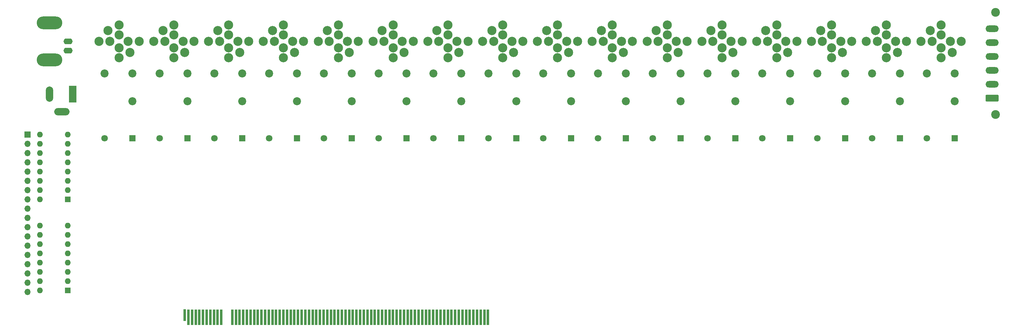
<source format=gbr>
%TF.GenerationSoftware,KiCad,Pcbnew,8.0.0*%
%TF.CreationDate,2025-01-27T00:28:36-06:00*%
%TF.ProjectId,inductor_board,696e6475-6374-46f7-925f-626f6172642e,rev?*%
%TF.SameCoordinates,Original*%
%TF.FileFunction,Soldermask,Bot*%
%TF.FilePolarity,Negative*%
%FSLAX46Y46*%
G04 Gerber Fmt 4.6, Leading zero omitted, Abs format (unit mm)*
G04 Created by KiCad (PCBNEW 8.0.0) date 2025-01-27 00:28:36*
%MOMM*%
%LPD*%
G01*
G04 APERTURE LIST*
G04 Aperture macros list*
%AMRoundRect*
0 Rectangle with rounded corners*
0 $1 Rounding radius*
0 $2 $3 $4 $5 $6 $7 $8 $9 X,Y pos of 4 corners*
0 Add a 4 corners polygon primitive as box body*
4,1,4,$2,$3,$4,$5,$6,$7,$8,$9,$2,$3,0*
0 Add four circle primitives for the rounded corners*
1,1,$1+$1,$2,$3*
1,1,$1+$1,$4,$5*
1,1,$1+$1,$6,$7*
1,1,$1+$1,$8,$9*
0 Add four rect primitives between the rounded corners*
20,1,$1+$1,$2,$3,$4,$5,0*
20,1,$1+$1,$4,$5,$6,$7,0*
20,1,$1+$1,$6,$7,$8,$9,0*
20,1,$1+$1,$8,$9,$2,$3,0*%
G04 Aperture macros list end*
%ADD10C,2.200000*%
%ADD11R,1.800000X1.800000*%
%ADD12C,1.800000*%
%ADD13C,2.500000*%
%ADD14C,2.400000*%
%ADD15RoundRect,0.250000X1.550000X-0.650000X1.550000X0.650000X-1.550000X0.650000X-1.550000X-0.650000X0*%
%ADD16O,3.600000X1.800000*%
%ADD17R,1.600000X1.600000*%
%ADD18O,1.600000X1.600000*%
%ADD19R,1.700000X1.700000*%
%ADD20O,1.700000X1.700000*%
%ADD21R,2.000000X4.600000*%
%ADD22O,2.000000X4.200000*%
%ADD23O,4.200000X2.000000*%
%ADD24O,2.500000X1.600000*%
%ADD25O,7.000000X3.500000*%
%ADD26R,0.700000X3.200000*%
%ADD27R,0.700000X4.300000*%
G04 APERTURE END LIST*
D10*
%TO.C,K5*%
X301547740Y-185942000D03*
X293927740Y-178322000D03*
X301547740Y-178322000D03*
D11*
X301547740Y-196102000D03*
D12*
X293927740Y-196102000D03*
%TD*%
D10*
%TO.C,K3*%
X271547740Y-185942000D03*
X263927740Y-178322000D03*
X271547740Y-178322000D03*
D11*
X271547740Y-196102000D03*
D12*
X263927740Y-196102000D03*
%TD*%
D13*
%TO.C,L1*%
X232357740Y-169559000D03*
X234857740Y-166559000D03*
X235357740Y-169559000D03*
X237857740Y-165059000D03*
X237857740Y-167809000D03*
X237857740Y-171309000D03*
X237857740Y-174059000D03*
X240357740Y-169559000D03*
X240857740Y-172559000D03*
X243357740Y-169559000D03*
%TD*%
D14*
%TO.C,J4*%
X477696240Y-189625500D03*
X477696240Y-161575500D03*
D15*
X476796240Y-185125500D03*
D16*
X476796240Y-181315500D03*
X476796240Y-177505500D03*
X476796240Y-173695500D03*
X476796240Y-169885500D03*
X476796240Y-166075500D03*
%TD*%
D10*
%TO.C,K11*%
X391547740Y-185942000D03*
X383927740Y-178322000D03*
X391547740Y-178322000D03*
D11*
X391547740Y-196102000D03*
D12*
X383927740Y-196102000D03*
%TD*%
D10*
%TO.C,K8*%
X346547740Y-185942000D03*
X338927740Y-178322000D03*
X346547740Y-178322000D03*
D11*
X346547740Y-196102000D03*
D12*
X338927740Y-196102000D03*
%TD*%
D13*
%TO.C,L4*%
X277357740Y-169559000D03*
X279857740Y-166559000D03*
X280357740Y-169559000D03*
X282857740Y-165059000D03*
X282857740Y-167809000D03*
X282857740Y-171309000D03*
X282857740Y-174059000D03*
X285357740Y-169559000D03*
X285857740Y-172559000D03*
X288357740Y-169559000D03*
%TD*%
D10*
%TO.C,K1*%
X241547740Y-185942000D03*
X233927740Y-178322000D03*
X241547740Y-178322000D03*
D11*
X241547740Y-196102000D03*
D12*
X233927740Y-196102000D03*
%TD*%
D13*
%TO.C,L16*%
X457357740Y-169559000D03*
X459857740Y-166559000D03*
X460357740Y-169559000D03*
X462857740Y-165059000D03*
X462857740Y-167809000D03*
X462857740Y-171309000D03*
X462857740Y-174059000D03*
X465357740Y-169559000D03*
X465857740Y-172559000D03*
X468357740Y-169559000D03*
%TD*%
D17*
%TO.C,SW2*%
X223796240Y-212940500D03*
D18*
X223796240Y-210400500D03*
X223796240Y-207860500D03*
X223796240Y-205320500D03*
X223796240Y-202780500D03*
X223796240Y-200240500D03*
X223796240Y-197700500D03*
X223796240Y-195160500D03*
X216176240Y-195160500D03*
X216176240Y-197700500D03*
X216176240Y-200240500D03*
X216176240Y-202780500D03*
X216176240Y-205320500D03*
X216176240Y-207860500D03*
X216176240Y-210400500D03*
X216176240Y-212940500D03*
%TD*%
D10*
%TO.C,K2*%
X256547740Y-185942000D03*
X248927740Y-178322000D03*
X256547740Y-178322000D03*
D11*
X256547740Y-196102000D03*
D12*
X248927740Y-196102000D03*
%TD*%
D10*
%TO.C,K14*%
X436547740Y-185942000D03*
X428927740Y-178322000D03*
X436547740Y-178322000D03*
D11*
X436547740Y-196102000D03*
D12*
X428927740Y-196102000D03*
%TD*%
D10*
%TO.C,K15*%
X451547740Y-185942000D03*
X443927740Y-178322000D03*
X451547740Y-178322000D03*
D11*
X451547740Y-196102000D03*
D12*
X443927740Y-196102000D03*
%TD*%
D10*
%TO.C,K16*%
X466547740Y-185942000D03*
X458927740Y-178322000D03*
X466547740Y-178322000D03*
D11*
X466547740Y-196102000D03*
D12*
X458927740Y-196102000D03*
%TD*%
D13*
%TO.C,L5*%
X292357740Y-169559000D03*
X294857740Y-166559000D03*
X295357740Y-169559000D03*
X297857740Y-165059000D03*
X297857740Y-167809000D03*
X297857740Y-171309000D03*
X297857740Y-174059000D03*
X300357740Y-169559000D03*
X300857740Y-172559000D03*
X303357740Y-169559000D03*
%TD*%
D10*
%TO.C,K12*%
X406547740Y-185942000D03*
X398927740Y-178322000D03*
X406547740Y-178322000D03*
D11*
X406547740Y-196102000D03*
D12*
X398927740Y-196102000D03*
%TD*%
D13*
%TO.C,L12*%
X397357740Y-169559000D03*
X399857740Y-166559000D03*
X400357740Y-169559000D03*
X402857740Y-165059000D03*
X402857740Y-167809000D03*
X402857740Y-171309000D03*
X402857740Y-174059000D03*
X405357740Y-169559000D03*
X405857740Y-172559000D03*
X408357740Y-169559000D03*
%TD*%
D10*
%TO.C,K4*%
X286547740Y-185942000D03*
X278927740Y-178322000D03*
X286547740Y-178322000D03*
D11*
X286547740Y-196102000D03*
D12*
X278927740Y-196102000D03*
%TD*%
D10*
%TO.C,K10*%
X376547740Y-185942000D03*
X368927740Y-178322000D03*
X376547740Y-178322000D03*
D11*
X376547740Y-196102000D03*
D12*
X368927740Y-196102000D03*
%TD*%
D13*
%TO.C,L7*%
X322357740Y-169559000D03*
X324857740Y-166559000D03*
X325357740Y-169559000D03*
X327857740Y-165059000D03*
X327857740Y-167809000D03*
X327857740Y-171309000D03*
X327857740Y-174059000D03*
X330357740Y-169559000D03*
X330857740Y-172559000D03*
X333357740Y-169559000D03*
%TD*%
D17*
%TO.C,SW1*%
X223836240Y-237855500D03*
D18*
X223836240Y-235315500D03*
X223836240Y-232775500D03*
X223836240Y-230235500D03*
X223836240Y-227695500D03*
X223836240Y-225155500D03*
X223836240Y-222615500D03*
X223836240Y-220075500D03*
X216216240Y-220075500D03*
X216216240Y-222615500D03*
X216216240Y-225155500D03*
X216216240Y-227695500D03*
X216216240Y-230235500D03*
X216216240Y-232775500D03*
X216216240Y-235315500D03*
X216216240Y-237855500D03*
%TD*%
D13*
%TO.C,L10*%
X367357740Y-169559000D03*
X369857740Y-166559000D03*
X370357740Y-169559000D03*
X372857740Y-165059000D03*
X372857740Y-167809000D03*
X372857740Y-171309000D03*
X372857740Y-174059000D03*
X375357740Y-169559000D03*
X375857740Y-172559000D03*
X378357740Y-169559000D03*
%TD*%
D19*
%TO.C,J3*%
X212796240Y-195130500D03*
D20*
X212796240Y-197670500D03*
X212796240Y-200210500D03*
X212796240Y-202750500D03*
X212796240Y-205290500D03*
X212796240Y-207830500D03*
X212796240Y-210370500D03*
X212796240Y-212910500D03*
X212796240Y-215450500D03*
X212796240Y-217990500D03*
X212796240Y-220530500D03*
X212796240Y-223070500D03*
X212796240Y-225610500D03*
X212796240Y-228150500D03*
X212796240Y-230690500D03*
X212796240Y-233230500D03*
X212796240Y-235770500D03*
X212796240Y-238310500D03*
%TD*%
D13*
%TO.C,L8*%
X337357740Y-169559000D03*
X339857740Y-166559000D03*
X340357740Y-169559000D03*
X342857740Y-165059000D03*
X342857740Y-167809000D03*
X342857740Y-171309000D03*
X342857740Y-174059000D03*
X345357740Y-169559000D03*
X345857740Y-172559000D03*
X348357740Y-169559000D03*
%TD*%
D10*
%TO.C,K9*%
X361547740Y-185942000D03*
X353927740Y-178322000D03*
X361547740Y-178322000D03*
D11*
X361547740Y-196102000D03*
D12*
X353927740Y-196102000D03*
%TD*%
D13*
%TO.C,L11*%
X382357740Y-169559000D03*
X384857740Y-166559000D03*
X385357740Y-169559000D03*
X387857740Y-165059000D03*
X387857740Y-167809000D03*
X387857740Y-171309000D03*
X387857740Y-174059000D03*
X390357740Y-169559000D03*
X390857740Y-172559000D03*
X393357740Y-169559000D03*
%TD*%
D10*
%TO.C,K6*%
X316547740Y-185942000D03*
X308927740Y-178322000D03*
X316547740Y-178322000D03*
D11*
X316547740Y-196102000D03*
D12*
X308927740Y-196102000D03*
%TD*%
D13*
%TO.C,L2*%
X247357740Y-169559000D03*
X249857740Y-166559000D03*
X250357740Y-169559000D03*
X252857740Y-165059000D03*
X252857740Y-167809000D03*
X252857740Y-171309000D03*
X252857740Y-174059000D03*
X255357740Y-169559000D03*
X255857740Y-172559000D03*
X258357740Y-169559000D03*
%TD*%
%TO.C,L9*%
X352357740Y-169559000D03*
X354857740Y-166559000D03*
X355357740Y-169559000D03*
X357857740Y-165059000D03*
X357857740Y-167809000D03*
X357857740Y-171309000D03*
X357857740Y-174059000D03*
X360357740Y-169559000D03*
X360857740Y-172559000D03*
X363357740Y-169559000D03*
%TD*%
D21*
%TO.C,J2*%
X225146240Y-184050500D03*
D22*
X218846240Y-184050500D03*
D23*
X222246240Y-188850500D03*
%TD*%
D13*
%TO.C,L6*%
X307357740Y-169559000D03*
X309857740Y-166559000D03*
X310357740Y-169559000D03*
X312857740Y-165059000D03*
X312857740Y-167809000D03*
X312857740Y-171309000D03*
X312857740Y-174059000D03*
X315357740Y-169559000D03*
X315857740Y-172559000D03*
X318357740Y-169559000D03*
%TD*%
D24*
%TO.C,J1*%
X223921240Y-169575500D03*
D25*
X218841240Y-174655500D03*
D24*
X223921240Y-172115500D03*
D25*
X218841240Y-164495500D03*
%TD*%
D13*
%TO.C,L3*%
X262357740Y-169559000D03*
X264857740Y-166559000D03*
X265357740Y-169559000D03*
X267857740Y-165059000D03*
X267857740Y-167809000D03*
X267857740Y-171309000D03*
X267857740Y-174059000D03*
X270357740Y-169559000D03*
X270857740Y-172559000D03*
X273357740Y-169559000D03*
%TD*%
D26*
%TO.C,E1*%
X255831240Y-244685500D03*
D27*
X256831240Y-245235500D03*
X257831240Y-245235500D03*
X258831240Y-245235500D03*
X259831240Y-245235500D03*
X260831240Y-245235500D03*
X261831240Y-245235500D03*
X262831240Y-245235500D03*
X263831240Y-245235500D03*
X264831240Y-245235500D03*
X265831240Y-245235500D03*
X268831240Y-245235500D03*
X269831240Y-245235500D03*
X270831240Y-245235500D03*
X271831240Y-245235500D03*
X272831240Y-245235500D03*
X273831240Y-245235500D03*
X274831240Y-245235500D03*
X275831240Y-245235500D03*
X276831240Y-245235500D03*
X277831240Y-245235500D03*
X278831240Y-245235500D03*
X279831240Y-245235500D03*
X280831240Y-245235500D03*
X281831240Y-245235500D03*
X282831240Y-245235500D03*
X283831240Y-245235500D03*
X284831240Y-245235500D03*
X285831240Y-245235500D03*
X286831240Y-245235500D03*
X287831240Y-245235500D03*
X288831240Y-245235500D03*
X289831240Y-245235500D03*
X290831240Y-245235500D03*
X291831240Y-245235500D03*
X292831240Y-245235500D03*
X293831240Y-245235500D03*
X294831240Y-245235500D03*
X295831240Y-245235500D03*
X296831240Y-245235500D03*
X297831240Y-245235500D03*
X298831240Y-245235500D03*
X299831240Y-245235500D03*
X300831240Y-245235500D03*
X301831240Y-245235500D03*
X302831240Y-245235500D03*
X303831240Y-245235500D03*
X304831240Y-245235500D03*
X305831240Y-245235500D03*
X306831240Y-245235500D03*
X307831240Y-245235500D03*
X308831240Y-245235500D03*
X309831240Y-245235500D03*
X310831240Y-245235500D03*
X311831240Y-245235500D03*
X312831240Y-245235500D03*
X313831240Y-245235500D03*
X314831240Y-245235500D03*
X315831240Y-245235500D03*
X316831240Y-245235500D03*
X317831240Y-245235500D03*
X318831240Y-245235500D03*
X319831240Y-245235500D03*
X320831240Y-245235500D03*
X321831240Y-245235500D03*
X322831240Y-245235500D03*
X323831240Y-245235500D03*
X324831240Y-245235500D03*
X325831240Y-245235500D03*
X326831240Y-245235500D03*
X327831240Y-245235500D03*
X328831240Y-245235500D03*
X329831240Y-245235500D03*
X330831240Y-245235500D03*
X331831240Y-245235500D03*
X332831240Y-245235500D03*
X333831240Y-245235500D03*
X334831240Y-245235500D03*
X335831240Y-245235500D03*
X336831240Y-245235500D03*
X337831240Y-245235500D03*
X338831240Y-245235500D03*
%TD*%
D10*
%TO.C,K7*%
X331547740Y-185942000D03*
X323927740Y-178322000D03*
X331547740Y-178322000D03*
D11*
X331547740Y-196102000D03*
D12*
X323927740Y-196102000D03*
%TD*%
D13*
%TO.C,L14*%
X427357740Y-169559000D03*
X429857740Y-166559000D03*
X430357740Y-169559000D03*
X432857740Y-165059000D03*
X432857740Y-167809000D03*
X432857740Y-171309000D03*
X432857740Y-174059000D03*
X435357740Y-169559000D03*
X435857740Y-172559000D03*
X438357740Y-169559000D03*
%TD*%
%TO.C,L15*%
X442357740Y-169559000D03*
X444857740Y-166559000D03*
X445357740Y-169559000D03*
X447857740Y-165059000D03*
X447857740Y-167809000D03*
X447857740Y-171309000D03*
X447857740Y-174059000D03*
X450357740Y-169559000D03*
X450857740Y-172559000D03*
X453357740Y-169559000D03*
%TD*%
D10*
%TO.C,K13*%
X421547740Y-185942000D03*
X413927740Y-178322000D03*
X421547740Y-178322000D03*
D11*
X421547740Y-196102000D03*
D12*
X413927740Y-196102000D03*
%TD*%
D13*
%TO.C,L13*%
X412357740Y-169559000D03*
X414857740Y-166559000D03*
X415357740Y-169559000D03*
X417857740Y-165059000D03*
X417857740Y-167809000D03*
X417857740Y-171309000D03*
X417857740Y-174059000D03*
X420357740Y-169559000D03*
X420857740Y-172559000D03*
X423357740Y-169559000D03*
%TD*%
M02*

</source>
